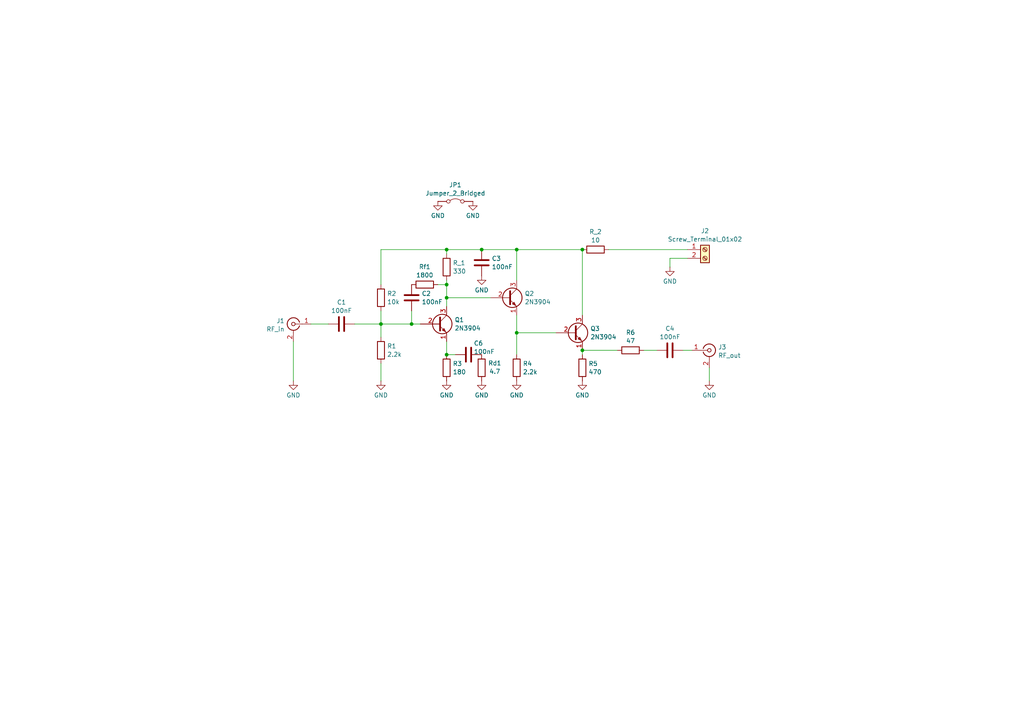
<source format=kicad_sch>
(kicad_sch (version 20231120) (generator "eeschema") (generator_version "8.0")
  (paper "A4")
  (lib_symbols
    (symbol "Connector:Conn_Coaxial" (pin_names (offset 1.016) hide)
      (property "Reference" "J" (at 0.254 3.048 0))
      (property "Value" "Conn_Coaxial" (at 2.921 0 90))
      (symbol "Conn_Coaxial_0_1"
        (arc (start -1.778 -0.508) (mid 0.2311 -1.8066) (end 1.778 0) (stroke (width 0.254)))
        (polyline (pts (xy -2.54 0) (xy -0.508 0)))
        (polyline (pts (xy 0 -2.54) (xy 0 -1.778)))
        (circle (center 0 0) (radius 0.508) (stroke (width 0.2032)))
        (arc (start 1.778 0) (mid 0.2099 1.8101) (end -1.778 0.508) (stroke (width 0.254)))
      )
      (symbol "Conn_Coaxial_1_1"
        (pin passive line (at -5.08 0 0) (length 2.54) (name "In") (number "1"))
        (pin passive line (at 0 -5.08 90) (length 2.54) (name "Ext") (number "2"))
      )
    )
    (symbol "Connector:Screw_Terminal_01x02" (pin_names (offset 1.016) hide)
      (property "Reference" "J" (at 0 2.54 0))
      (property "Value" "Screw_Terminal_01x02" (at 0 -5.08 0))
      (symbol "Screw_Terminal_01x02_1_1"
        (rectangle (start -1.27 1.27) (end 1.27 -3.81) (stroke (width 0.254)) (fill (type background)))
        (circle (center 0 -2.54) (radius 0.635) (stroke (width 0.1524)))
        (polyline (pts (xy -0.5334 -2.2098) (xy 0.3302 -3.048)) (stroke (width 0.1524)))
        (polyline (pts (xy -0.5334 0.3302) (xy 0.3302 -0.508)) (stroke (width 0.1524)))
        (polyline (pts (xy -0.3556 -2.032) (xy 0.508 -2.8702)) (stroke (width 0.1524)))
        (polyline (pts (xy -0.3556 0.508) (xy 0.508 -0.3302)) (stroke (width 0.1524)))
        (circle (center 0 0) (radius 0.635) (stroke (width 0.1524)))
        (pin passive line (at -5.08 0 0) (length 3.81) (name "Pin_1") (number "1"))
        (pin passive line (at -5.08 -2.54 0) (length 3.81) (name "Pin_2") (number "2"))
      )
    )
    (symbol "Device:C" (pin_numbers hide) (pin_names (offset 0.254))
      (property "Reference" "C" (at 0.635 2.54 0))
      (property "Value" "C" (at 0.635 -2.54 0))
      (symbol "C_0_1"
        (polyline (pts (xy -2.032 -0.762) (xy 2.032 -0.762)) (stroke (width 0.508)))
        (polyline (pts (xy -2.032 0.762) (xy 2.032 0.762)) (stroke (width 0.508)))
      )
      (symbol "C_1_1"
        (pin passive line (at 0 3.81 270) (length 2.794) (name "~") (number "1"))
        (pin passive line (at 0 -3.81 90) (length 2.794) (name "~") (number "2"))
      )
    )
    (symbol "Device:R" (pin_numbers hide) (pin_names (offset 0))
      (property "Reference" "R" (at 2.032 0 90))
      (property "Value" "R" (at 0 0 90))
      (symbol "R_0_1"
        (rectangle (start -1.016 -2.54) (end 1.016 2.54) (stroke (width 0.254)))
      )
      (symbol "R_1_1"
        (pin passive line (at 0 3.81 270) (length 1.27) (name "~") (number "1"))
        (pin passive line (at 0 -3.81 90) (length 1.27) (name "~") (number "2"))
      )
    )
    (symbol "Jumper:Jumper_2_Bridged" (pin_numbers hide) (pin_names (offset 0) hide) (exclude_from_sim yes)
      (property "Reference" "JP" (at 0 1.905 0))
      (property "Value" "Jumper_2_Bridged" (at 0 -2.54 0))
      (symbol "Jumper_2_Bridged_0_0"
        (circle (center -2.032 0) (radius 0.508))
        (circle (center 2.032 0) (radius 0.508))
      )
      (symbol "Jumper_2_Bridged_0_1"
        (arc (start 1.524 0.254) (mid 0 0.762) (end -1.524 0.254))
      )
      (symbol "Jumper_2_Bridged_1_1"
        (pin passive line (at -5.08 0 0) (length 2.54) (name "A") (number "1"))
        (pin passive line (at 5.08 0 180) (length 2.54) (name "B") (number "2"))
      )
    )
    (symbol "Transistor_BJT:2N3904" (pin_names (offset 0) hide)
      (property "Reference" "Q" (at 5.08 1.905 0))
      (property "Value" "2N3904" (at 5.08 0 0))
      (symbol "2N3904_0_1"
        (polyline (pts (xy 0.635 0.635) (xy 2.54 2.54)))
        (polyline (pts (xy 0.635 -0.635) (xy 2.54 -2.54) (xy 2.54 -2.54)))
        (polyline (pts (xy 0.635 1.905) (xy 0.635 -1.905) (xy 0.635 -1.905)) (stroke (width 0.508)))
        (polyline (pts (xy 1.27 -1.778) (xy 1.778 -1.27) (xy 2.286 -2.286) (xy 1.27 -1.778) (xy 1.27 -1.778)) (fill (type outline)))
        (circle (center 1.27 0) (radius 2.8194) (stroke (width 0.254)))
      )
      (symbol "2N3904_1_1"
        (pin passive line (at 2.54 -5.08 90) (length 2.54) (name "E") (number "1"))
        (pin passive line (at -5.08 0 0) (length 5.715) (name "B") (number "2"))
        (pin passive line (at 2.54 5.08 270) (length 2.54) (name "C") (number "3"))
      )
    )
    (symbol "power:GND" (power) (pin_numbers hide) (pin_names (offset 0) hide)
      (property "Value" "GND" (at 0 -3.81 0))
      (symbol "GND_0_1"
        (polyline (pts (xy 0 0) (xy 0 -1.27) (xy 1.27 -1.27) (xy 0 -2.54) (xy -1.27 -1.27) (xy 0 -1.27)))
      )
      (symbol "GND_1_1"
        (pin power_in line (at 0 0 270) (length 0) (name "~") (number "1"))
      )
    )
  )
  (junction (at 168.91 101.6))
  (junction (at 129.54 72.39))
  (junction (at 129.54 86.36))
  (junction (at 119.38 93.98))
  (junction (at 129.54 102.87))
  (junction (at 110.49 93.98))
  (junction (at 168.91 72.39))
  (junction (at 129.54 82.55))
  (junction (at 149.86 72.39))
  (junction (at 139.7 72.39))
  (junction (at 149.86 96.52))
  (wire (pts (xy 129.54 72.39) (xy 129.54 73.66)))
  (wire (pts (xy 176.53 72.39) (xy 199.39 72.39)))
  (wire (pts (xy 205.74 106.68) (xy 205.74 110.49)))
  (wire (pts (xy 110.49 93.98) (xy 110.49 97.79)))
  (wire (pts (xy 119.38 93.98) (xy 121.92 93.98)))
  (wire (pts (xy 129.54 82.55) (xy 129.54 86.36)))
  (wire (pts (xy 168.91 72.39) (xy 168.91 91.44)))
  (wire (pts (xy 198.12 101.6) (xy 200.66 101.6)))
  (wire (pts (xy 168.91 101.6) (xy 168.91 102.87)))
  (wire (pts (xy 149.86 72.39) (xy 168.91 72.39)))
  (wire (pts (xy 119.38 90.17) (xy 119.38 93.98)))
  (wire (pts (xy 129.54 86.36) (xy 142.24 86.36)))
  (wire (pts (xy 127 82.55) (xy 129.54 82.55)))
  (wire (pts (xy 168.91 101.6) (xy 179.07 101.6)))
  (wire (pts (xy 129.54 99.06) (xy 129.54 102.87)))
  (wire (pts (xy 149.86 72.39) (xy 149.86 81.28)))
  (wire (pts (xy 149.86 96.52) (xy 161.29 96.52)))
  (wire (pts (xy 110.49 72.39) (xy 129.54 72.39)))
  (wire (pts (xy 110.49 93.98) (xy 119.38 93.98)))
  (wire (pts (xy 129.54 72.39) (xy 139.7 72.39)))
  (wire (pts (xy 129.54 81.28) (xy 129.54 82.55)))
  (wire (pts (xy 149.86 96.52) (xy 149.86 102.87)))
  (wire (pts (xy 110.49 82.55) (xy 110.49 72.39)))
  (wire (pts (xy 129.54 102.87) (xy 132.08 102.87)))
  (wire (pts (xy 102.87 93.98) (xy 110.49 93.98)))
  (wire (pts (xy 149.86 91.44) (xy 149.86 96.52)))
  (wire (pts (xy 186.69 101.6) (xy 190.5 101.6)))
  (wire (pts (xy 110.49 90.17) (xy 110.49 93.98)))
  (wire (pts (xy 110.49 105.41) (xy 110.49 110.49)))
  (wire (pts (xy 194.31 74.93) (xy 194.31 77.47)))
  (wire (pts (xy 85.09 99.06) (xy 85.09 110.49)))
  (wire (pts (xy 139.7 72.39) (xy 149.86 72.39)))
  (wire (pts (xy 199.39 74.93) (xy 194.31 74.93)))
  (wire (pts (xy 90.17 93.98) (xy 95.25 93.98)))
  (wire (pts (xy 129.54 86.36) (xy 129.54 88.9)))
  (symbol (lib_id "Device:R") (at 129.54 77.47 0) (unit 1)
    (property "Reference" "R_1" (at 131.318 76.2578 0) (effects (justify left)))
    (property "Value" "330" (at 131.318 78.6821 0) (effects (justify left)))
    (property "Footprint" "Resistor_THT:R_Axial_DIN0309_L9.0mm_D3.2mm_P12.70mm_Horizontal" (effects (hide yes)))
    (property "Description" "Resistor" (effects (hide yes)))
  )
  (symbol (lib_id "power:GND") (at 85.09 110.49 0) (unit 1)
    (property "Reference" "#PWR01" (effects (hide yes)))
    (property "Value" "GND" (at 85.09 114.6231 0))
    (property "Description" "Power symbol creates a global label with name \"GND\" , ground" (effects (hide yes)))
  )
  (symbol (lib_id "Device:R") (at 123.19 82.55 90) (unit 1)
    (property "Reference" "Rf1" (at 123.19 77.3895 90))
    (property "Value" "1800" (at 123.19 79.8138 90))
    (property "Footprint" "Resistor_THT:R_Axial_DIN0309_L9.0mm_D3.2mm_P12.70mm_Horizontal" (effects (hide yes)))
    (property "Description" "Resistor" (effects (hide yes)))
  )
  (symbol (lib_id "Connector:Screw_Terminal_01x02") (at 204.47 72.39 0) (unit 1)
    (property "Reference" "J2" (at 204.47 66.9755 0))
    (property "Value" "Screw_Terminal_01x02" (at 204.47 69.3998 0))
    (property "Footprint" "TerminalBlock:TerminalBlock_Altech_AK300-2_P5.00mm" (effects (hide yes)))
    (property "Description" "Generic screw terminal, single row, 01x02, script generated (kicad-library-utils/schlib/autogen/connector/)" (effects (hide yes)))
  )
  (symbol (lib_id "Connector:Conn_Coaxial") (at 85.09 93.98 0) (mirror y) (unit 1)
    (property "Reference" "J1" (at 82.5499 93.061 0) (effects (justify left)))
    (property "Value" "RF_in" (at 82.5499 95.4853 0) (effects (justify left)))
    (property "Footprint" "Connector_Coaxial:SMA_Amphenol_132289_EdgeMount" (effects (hide yes)))
    (property "Description" "coaxial connector (BNC, SMA, SMB, SMC, Cinch/RCA, LEMO, ...)" (effects (hide yes)))
  )
  (symbol (lib_id "power:GND") (at 194.31 77.47 0) (unit 1)
    (property "Reference" "#PWR09" (effects (hide yes)))
    (property "Value" "GND" (at 194.31 81.6031 0))
    (property "Description" "Power symbol creates a global label with name \"GND\" , ground" (effects (hide yes)))
  )
  (symbol (lib_id "Device:C") (at 194.31 101.6 90) (unit 1)
    (property "Reference" "C4" (at 194.31 95.2965 90))
    (property "Value" "100nF" (at 194.31 97.7208 90))
    (property "Footprint" "Capacitor_THT:C_Disc_D5.1mm_W3.2mm_P5.00mm" (effects (hide yes)))
    (property "Description" "Unpolarized capacitor" (effects (hide yes)))
  )
  (symbol (lib_id "Device:R") (at 149.86 106.68 0) (unit 1)
    (property "Reference" "R4" (at 151.638 105.4678 0) (effects (justify left)))
    (property "Value" "2.2k" (at 151.638 107.8921 0) (effects (justify left)))
    (property "Footprint" "Resistor_THT:R_Axial_DIN0309_L9.0mm_D3.2mm_P12.70mm_Horizontal" (effects (hide yes)))
    (property "Description" "Resistor" (effects (hide yes)))
  )
  (symbol (lib_id "Device:R") (at 182.88 101.6 90) (unit 1)
    (property "Reference" "R6" (at 182.88 96.4395 90))
    (property "Value" "47" (at 182.88 98.8638 90))
    (property "Footprint" "Resistor_THT:R_Axial_DIN0309_L9.0mm_D3.2mm_P12.70mm_Horizontal" (effects (hide yes)))
    (property "Description" "Resistor" (effects (hide yes)))
  )
  (symbol (lib_id "power:GND") (at 137.16 58.42 0) (unit 1)
    (property "Reference" "#PWR011" (effects (hide yes)))
    (property "Value" "GND" (at 137.16 62.5531 0))
    (property "Description" "Power symbol creates a global label with name \"GND\" , ground" (effects (hide yes)))
  )
  (symbol (lib_id "Device:C") (at 135.89 102.87 270) (unit 1)
    (property "Reference" "C6" (at 137.414 99.568 90) (effects (justify left)))
    (property "Value" "100nF" (at 137.414 101.9923 90) (effects (justify left)))
    (property "Footprint" "Capacitor_THT:C_Disc_D5.1mm_W3.2mm_P5.00mm" (effects (hide yes)))
    (property "Description" "Unpolarized capacitor" (effects (hide yes)))
  )
  (symbol (lib_id "power:GND") (at 129.54 110.49 0) (unit 1)
    (property "Reference" "#PWR03" (effects (hide yes)))
    (property "Value" "GND" (at 129.54 114.6231 0))
    (property "Description" "Power symbol creates a global label with name \"GND\" , ground" (effects (hide yes)))
  )
  (symbol (lib_id "power:GND") (at 149.86 110.49 0) (unit 1)
    (property "Reference" "#PWR05" (effects (hide yes)))
    (property "Value" "GND" (at 149.86 114.6231 0))
    (property "Description" "Power symbol creates a global label with name \"GND\" , ground" (effects (hide yes)))
  )
  (symbol (lib_id "power:GND") (at 127 58.42 0) (unit 1)
    (property "Reference" "#PWR010" (effects (hide yes)))
    (property "Value" "GND" (at 127 62.5531 0))
    (property "Description" "Power symbol creates a global label with name \"GND\" , ground" (effects (hide yes)))
  )
  (symbol (lib_id "Device:R") (at 168.91 106.68 0) (unit 1)
    (property "Reference" "R5" (at 170.688 105.4678 0) (effects (justify left)))
    (property "Value" "470" (at 170.688 107.8921 0) (effects (justify left)))
    (property "Footprint" "Resistor_THT:R_Axial_DIN0309_L9.0mm_D3.2mm_P12.70mm_Horizontal" (effects (hide yes)))
    (property "Description" "Resistor" (effects (hide yes)))
  )
  (symbol (lib_id "Device:C") (at 119.38 86.36 0) (unit 1)
    (property "Reference" "C2" (at 122.301 85.1478 0) (effects (justify left)))
    (property "Value" "100nF" (at 122.301 87.5721 0) (effects (justify left)))
    (property "Footprint" "Capacitor_THT:C_Disc_D5.1mm_W3.2mm_P5.00mm" (effects (hide yes)))
    (property "Description" "Unpolarized capacitor" (effects (hide yes)))
  )
  (symbol (lib_id "power:GND") (at 110.49 110.49 0) (unit 1)
    (property "Reference" "#PWR02" (effects (hide yes)))
    (property "Value" "GND" (at 110.49 114.6231 0))
    (property "Description" "Power symbol creates a global label with name \"GND\" , ground" (effects (hide yes)))
  )
  (symbol (lib_id "Device:R") (at 110.49 86.36 0) (unit 1)
    (property "Reference" "R2" (at 112.268 85.1478 0) (effects (justify left)))
    (property "Value" "10k" (at 112.268 87.5721 0) (effects (justify left)))
    (property "Footprint" "Resistor_THT:R_Axial_DIN0309_L9.0mm_D3.2mm_P12.70mm_Horizontal" (effects (hide yes)))
    (property "Description" "Resistor" (effects (hide yes)))
  )
  (symbol (lib_id "Connector:Conn_Coaxial") (at 205.74 101.6 0) (unit 1)
    (property "Reference" "J3" (at 208.2801 100.681 0) (effects (justify left)))
    (property "Value" "RF_out" (at 208.2801 103.1053 0) (effects (justify left)))
    (property "Footprint" "Connector_Coaxial:SMA_Amphenol_132289_EdgeMount" (effects (hide yes)))
    (property "Description" "coaxial connector (BNC, SMA, SMB, SMC, Cinch/RCA, LEMO, ...)" (effects (hide yes)))
  )
  (symbol (lib_id "Device:R") (at 139.7 106.68 0) (unit 1)
    (property "Reference" "Rd1" (at 143.51 105.3295 0))
    (property "Value" "4.7" (at 143.51 107.7538 0))
    (property "Footprint" "Resistor_THT:R_Axial_DIN0309_L9.0mm_D3.2mm_P12.70mm_Horizontal" (effects (hide yes)))
    (property "Description" "Resistor" (effects (hide yes)))
  )
  (symbol (lib_id "power:GND") (at 205.74 110.49 0) (unit 1)
    (property "Reference" "#PWR07" (effects (hide yes)))
    (property "Value" "GND" (at 205.74 114.6231 0))
    (property "Description" "Power symbol creates a global label with name \"GND\" , ground" (effects (hide yes)))
  )
  (symbol (lib_id "Device:R") (at 129.54 106.68 0) (unit 1)
    (property "Reference" "R3" (at 131.318 105.4678 0) (effects (justify left)))
    (property "Value" "180" (at 131.318 107.8921 0) (effects (justify left)))
    (property "Footprint" "Resistor_THT:R_Axial_DIN0309_L9.0mm_D3.2mm_P12.70mm_Horizontal" (effects (hide yes)))
    (property "Description" "Resistor" (effects (hide yes)))
  )
  (symbol (lib_id "Device:C") (at 99.06 93.98 90) (unit 1)
    (property "Reference" "C1" (at 99.06 87.6765 90))
    (property "Value" "100nF" (at 99.06 90.1008 90))
    (property "Footprint" "Capacitor_THT:C_Disc_D5.1mm_W3.2mm_P5.00mm" (effects (hide yes)))
    (property "Description" "Unpolarized capacitor" (effects (hide yes)))
  )
  (symbol (lib_id "power:GND") (at 139.7 110.49 0) (unit 1)
    (property "Reference" "#PWR04" (effects (hide yes)))
    (property "Value" "GND" (at 139.7 114.6231 0))
    (property "Description" "Power symbol creates a global label with name \"GND\" , ground" (effects (hide yes)))
  )
  (symbol (lib_id "Device:R") (at 172.72 72.39 90) (unit 1)
    (property "Reference" "R_2" (at 172.72 67.2295 90))
    (property "Value" "10" (at 172.72 69.6538 90))
    (property "Footprint" "Resistor_THT:R_Axial_DIN0309_L9.0mm_D3.2mm_P12.70mm_Horizontal" (effects (hide yes)))
    (property "Description" "Resistor" (effects (hide yes)))
  )
  (symbol (lib_id "power:GND") (at 168.91 110.49 0) (unit 1)
    (property "Reference" "#PWR06" (effects (hide yes)))
    (property "Value" "GND" (at 168.91 114.6231 0))
    (property "Description" "Power symbol creates a global label with name \"GND\" , ground" (effects (hide yes)))
  )
  (symbol (lib_id "power:GND") (at 139.7 80.01 0) (unit 1)
    (property "Reference" "#PWR08" (effects (hide yes)))
    (property "Value" "GND" (at 139.7 84.1431 0))
    (property "Description" "Power symbol creates a global label with name \"GND\" , ground" (effects (hide yes)))
  )
  (symbol (lib_id "Transistor_BJT:2N3904") (at 166.37 96.52 0) (unit 1)
    (property "Reference" "Q3" (at 171.2214 95.3078 0) (effects (justify left)))
    (property "Value" "2N3904" (at 171.2214 97.7321 0) (effects (justify left)))
    (property "Footprint" "Package_TO_SOT_THT:TO-92_Inline" (effects (hide yes)))
    (property "Datasheet" "https://www.onsemi.com/pub/Collateral/2N3903-D.PDF" (effects (hide yes)))
    (property "Description" "0.2A Ic, 40V Vce, Small Signal NPN Transistor, TO-92" (effects (hide yes)))
  )
  (symbol (lib_id "Transistor_BJT:2N3904") (at 147.32 86.36 0) (unit 1)
    (property "Reference" "Q2" (at 152.1714 85.1478 0) (effects (justify left)))
    (property "Value" "2N3904" (at 152.1714 87.5721 0) (effects (justify left)))
    (property "Footprint" "Package_TO_SOT_THT:TO-92_Inline" (effects (hide yes)))
    (property "Datasheet" "https://www.onsemi.com/pub/Collateral/2N3903-D.PDF" (effects (hide yes)))
    (property "Description" "0.2A Ic, 40V Vce, Small Signal NPN Transistor, TO-92" (effects (hide yes)))
  )
  (symbol (lib_id "Transistor_BJT:2N3904") (at 127 93.98 0) (unit 1)
    (property "Reference" "Q1" (at 131.8514 92.7678 0) (effects (justify left)))
    (property "Value" "2N3904" (at 131.8514 95.1921 0) (effects (justify left)))
    (property "Footprint" "Package_TO_SOT_THT:TO-92_Inline" (effects (hide yes)))
    (property "Datasheet" "https://www.onsemi.com/pub/Collateral/2N3903-D.PDF" (effects (hide yes)))
    (property "Description" "0.2A Ic, 40V Vce, Small Signal NPN Transistor, TO-92" (effects (hide yes)))
  )
  (symbol (lib_id "Device:R") (at 110.49 101.6 0) (unit 1)
    (property "Reference" "R1" (at 112.268 100.3878 0) (effects (justify left)))
    (property "Value" "2.2k" (at 112.268 102.8121 0) (effects (justify left)))
    (property "Footprint" "Resistor_THT:R_Axial_DIN0309_L9.0mm_D3.2mm_P12.70mm_Horizontal" (effects (hide yes)))
    (property "Description" "Resistor" (effects (hide yes)))
  )
  (symbol (lib_id "Device:C") (at 139.7 76.2 0) (unit 1)
    (property "Reference" "C3" (at 142.621 74.9878 0) (effects (justify left)))
    (property "Value" "100nF" (at 142.621 77.4121 0) (effects (justify left)))
    (property "Footprint" "Capacitor_THT:C_Disc_D5.1mm_W3.2mm_P5.00mm" (effects (hide yes)))
    (property "Description" "Unpolarized capacitor" (effects (hide yes)))
  )
  (symbol (lib_id "Jumper:Jumper_2_Bridged") (at 132.08 58.42 0) (unit 1) (exclude_from_sim yes)
    (property "Reference" "JP1" (at 132.08 53.6405 0))
    (property "Value" "Jumper_2_Bridged" (at 132.08 56.0648 0))
    (property "Footprint" "Connector_Wire:SolderWire-0.1sqmm_1x01_D0.4mm_OD1mm_Relief" (effects (hide yes)))
    (property "Description" "Jumper, 2-pole, closed/bridged" (effects (hide yes)))
  )
)
</source>
